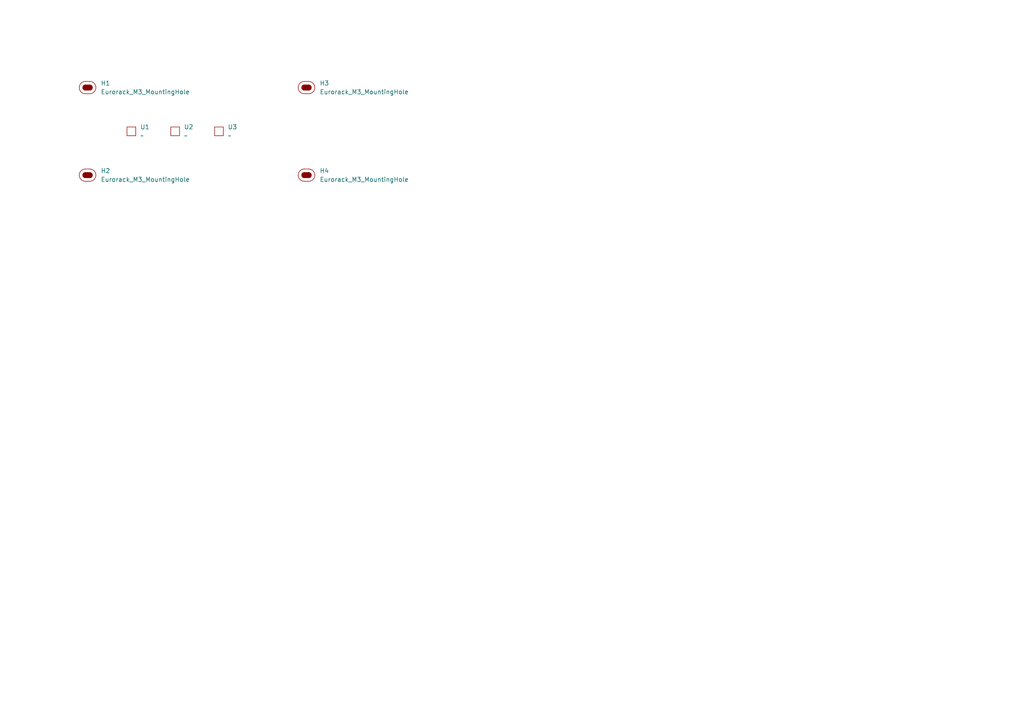
<source format=kicad_sch>
(kicad_sch (version 20250114) (generator "eeschema") (generator_version "9.0")
  (paper "A4")
  (lib_symbols
    (symbol "EXC:Eurorack_M3_MountingHole" (pin_names (offset 1.016))
      (property "Reference" "H" (at 0 5.08 0))
      (property "Value" "Eurorack_M3_MountingHole" (at 0 3.175 0))
      (symbol "Eurorack_M3_MountingHole_0_1"
        (polyline (pts (xy -0.635 0.762) (xy 0.635 0.762)))
        (circle (center -0.635 0) (radius 0.762) (fill (type outline)))
        (arc (start -0.635 -0.762) (mid -1.397 0) (end -0.635 0.762))
        (arc (start -0.635 -1.778) (mid -2.413 0) (end -0.635 1.778))
        (polyline (pts (xy -0.635 -0.762) (xy 0.635 -0.762)))
        (polyline (pts (xy -0.635 -1.778) (xy 0.635 -1.778)))
        (circle (center 0 0) (radius 0.762) (fill (type outline)))
        (polyline (pts (xy 0.635 1.778) (xy -0.635 1.778)))
        (arc (start 0.6141 1.778) (mid 2.4131 0) (end 0.6141 -1.778))
        (arc (start 0.6227 0.762) (mid 1.3971 0) (end 0.6227 -0.762))
        (circle (center 0.635 0) (radius 0.762) (fill (type outline)))
      )
    )
    (symbol "EXC:SW_CherrySwitch_Clearance_Inner"
      (property "Reference" "U" (at 0 0 0))
      (symbol "SW_CherrySwitch_Clearance_Inner_0_1"
        (rectangle (start -1.27 1.27) (end 1.27 -1.27))
      )
    )
  )
  (symbol (lib_id "EXC:Eurorack_M3_MountingHole") (at 25.4 25.4 0) (unit 1)
    (property "Reference" "H1" (at 29.21 24.1299 0) (effects (justify left)))
    (property "Value" "Eurorack_M3_MountingHole" (at 29.21 26.6699 0) (effects (justify left)))
    (property "Footprint" "EXC:MountingHole_3.2mm_M3" (effects (hide yes)))
    (property "Description" "Mounting Hole without connection" (effects (hide yes)))
  )
  (symbol (lib_id "EXC:SW_CherrySwitch_Clearance_Inner") (at 50.8 38.1 0) (unit 1)
    (property "Reference" "U2" (at 53.34 36.8299 0) (effects (justify left)))
    (property "Value" "~" (at 53.34 39.3699 0) (effects (justify left)))
    (property "Footprint" "EXC:SW_Cherry_MX_1.00u_Clearance" (effects (hide yes)))
  )
  (symbol (lib_id "EXC:Eurorack_M3_MountingHole") (at 88.9 25.4 0) (unit 1)
    (property "Reference" "H3" (at 92.71 24.1299 0) (effects (justify left)))
    (property "Value" "Eurorack_M3_MountingHole" (at 92.71 26.6699 0) (effects (justify left)))
    (property "Footprint" "EXC:MountingHole_3.2mm_M3" (effects (hide yes)))
    (property "Description" "Mounting Hole without connection" (effects (hide yes)))
  )
  (symbol (lib_id "EXC:SW_CherrySwitch_Clearance_Inner") (at 63.5 38.1 0) (unit 1)
    (property "Reference" "U3" (at 66.04 36.8299 0) (effects (justify left)))
    (property "Value" "~" (at 66.04 39.3699 0) (effects (justify left)))
    (property "Footprint" "EXC:SW_Cherry_MX_1.00u_Clearance" (effects (hide yes)))
  )
  (symbol (lib_id "EXC:Eurorack_M3_MountingHole") (at 88.9 50.8 0) (unit 1)
    (property "Reference" "H4" (at 92.71 49.5299 0) (effects (justify left)))
    (property "Value" "Eurorack_M3_MountingHole" (at 92.71 52.0699 0) (effects (justify left)))
    (property "Footprint" "EXC:MountingHole_3.2mm_M3" (effects (hide yes)))
    (property "Description" "Mounting Hole without connection" (effects (hide yes)))
  )
  (symbol (lib_id "EXC:Eurorack_M3_MountingHole") (at 25.4 50.8 0) (unit 1)
    (property "Reference" "H2" (at 29.21 49.5299 0) (effects (justify left)))
    (property "Value" "Eurorack_M3_MountingHole" (at 29.21 52.0699 0) (effects (justify left)))
    (property "Footprint" "EXC:MountingHole_3.2mm_M3" (effects (hide yes)))
    (property "Description" "Mounting Hole without connection" (effects (hide yes)))
  )
  (symbol (lib_id "EXC:SW_CherrySwitch_Clearance_Inner") (at 38.1 38.1 0) (unit 1)
    (property "Reference" "U1" (at 40.64 36.8299 0) (effects (justify left)))
    (property "Value" "~" (at 40.64 39.3699 0) (effects (justify left)))
    (property "Footprint" "EXC:SW_Cherry_MX_1.00u_Clearance" (effects (hide yes)))
  )
)
</source>
